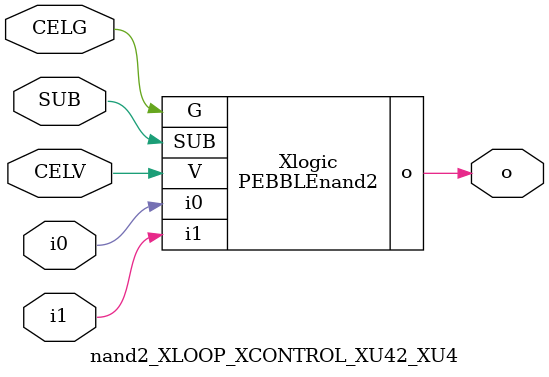
<source format=v>



module PEBBLEnand2 ( o, G, SUB, V, i0, i1 );

  input i0;
  input V;
  input i1;
  input G;
  output o;
  input SUB;
endmodule

//Celera Confidential Do Not Copy nand2_XLOOP_XCONTROL_XU42_XU4
//Celera Confidential Symbol Generator
//5V NAND2
module nand2_XLOOP_XCONTROL_XU42_XU4 (CELV,CELG,i0,i1,o,SUB);
input CELV;
input CELG;
input i0;
input i1;
input SUB;
output o;

//Celera Confidential Do Not Copy nand2
PEBBLEnand2 Xlogic(
.V (CELV),
.i0 (i0),
.i1 (i1),
.o (o),
.SUB (SUB),
.G (CELG)
);
//,diesize,PEBBLEnand2

//Celera Confidential Do Not Copy Module End
//Celera Schematic Generator
endmodule

</source>
